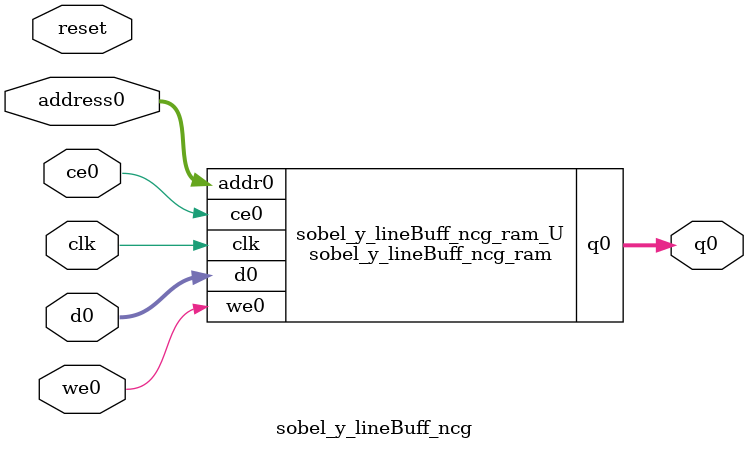
<source format=v>

`timescale 1 ns / 1 ps
module sobel_y_lineBuff_ncg_ram (addr0, ce0, d0, we0, q0,  clk);

parameter DWIDTH = 8;
parameter AWIDTH = 9;
parameter MEM_SIZE = 512;

input[AWIDTH-1:0] addr0;
input ce0;
input[DWIDTH-1:0] d0;
input we0;
output reg[DWIDTH-1:0] q0;
input clk;

(* ram_style = "block" *)reg [DWIDTH-1:0] ram[0:MEM_SIZE-1];




always @(posedge clk)  
begin 
    if (ce0) 
    begin
        if (we0) 
        begin 
            ram[addr0] <= d0; 
            q0 <= d0;
        end 
        else 
            q0 <= ram[addr0];
    end
end


endmodule


`timescale 1 ns / 1 ps
module sobel_y_lineBuff_ncg(
    reset,
    clk,
    address0,
    ce0,
    we0,
    d0,
    q0);

parameter DataWidth = 32'd8;
parameter AddressRange = 32'd512;
parameter AddressWidth = 32'd9;
input reset;
input clk;
input[AddressWidth - 1:0] address0;
input ce0;
input we0;
input[DataWidth - 1:0] d0;
output[DataWidth - 1:0] q0;



sobel_y_lineBuff_ncg_ram sobel_y_lineBuff_ncg_ram_U(
    .clk( clk ),
    .addr0( address0 ),
    .ce0( ce0 ),
    .d0( d0 ),
    .we0( we0 ),
    .q0( q0 ));

endmodule


</source>
